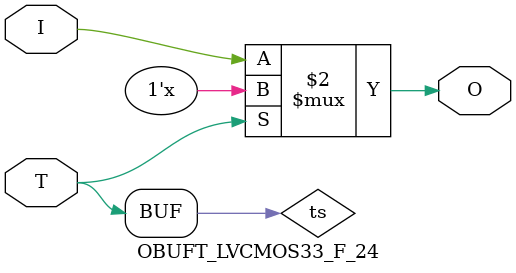
<source format=v>

/*

FUNCTION	: TRI-STATE OUTPUT BUFFER

*/

`celldefine
`timescale  100 ps / 10 ps

module OBUFT_LVCMOS33_F_24 (O, I, T);

    output O;

    input  I, T;

    or O1 (ts, 1'b0, T);
    bufif0 T1 (O, I, ts);

endmodule

</source>
